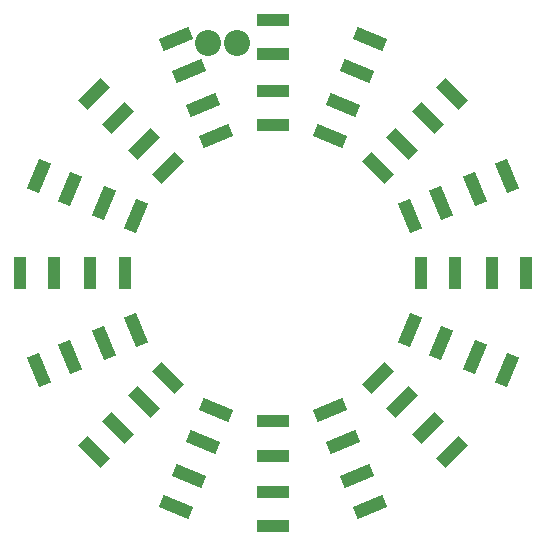
<source format=gts>
G04*
G04 #@! TF.GenerationSoftware,Altium Limited,CircuitStudio,1.5.2 (30)*
G04*
G04 Layer_Color=20142*
%FSLAX25Y25*%
%MOIN*%
G70*
G01*
G75*
%ADD22R,0.10642X0.04343*%
G04:AMPARAMS|DCode=23|XSize=43.43mil|YSize=106.42mil|CornerRadius=0mil|HoleSize=0mil|Usage=FLASHONLY|Rotation=67.500|XOffset=0mil|YOffset=0mil|HoleType=Round|Shape=Rectangle|*
%AMROTATEDRECTD23*
4,1,4,0.04085,-0.04043,-0.05747,0.00030,-0.04085,0.04043,0.05747,-0.00030,0.04085,-0.04043,0.0*
%
%ADD23ROTATEDRECTD23*%

G04:AMPARAMS|DCode=24|XSize=43.43mil|YSize=106.42mil|CornerRadius=0mil|HoleSize=0mil|Usage=FLASHONLY|Rotation=225.000|XOffset=0mil|YOffset=0mil|HoleType=Round|Shape=Rectangle|*
%AMROTATEDRECTD24*
4,1,4,-0.02227,0.05298,0.05298,-0.02227,0.02227,-0.05298,-0.05298,0.02227,-0.02227,0.05298,0.0*
%
%ADD24ROTATEDRECTD24*%

G04:AMPARAMS|DCode=25|XSize=43.43mil|YSize=106.42mil|CornerRadius=0mil|HoleSize=0mil|Usage=FLASHONLY|Rotation=22.500|XOffset=0mil|YOffset=0mil|HoleType=Round|Shape=Rectangle|*
%AMROTATEDRECTD25*
4,1,4,0.00030,-0.05747,-0.04043,0.04085,-0.00030,0.05747,0.04043,-0.04085,0.00030,-0.05747,0.0*
%
%ADD25ROTATEDRECTD25*%

%ADD26R,0.04343X0.10642*%
G04:AMPARAMS|DCode=27|XSize=43.43mil|YSize=106.42mil|CornerRadius=0mil|HoleSize=0mil|Usage=FLASHONLY|Rotation=337.500|XOffset=0mil|YOffset=0mil|HoleType=Round|Shape=Rectangle|*
%AMROTATEDRECTD27*
4,1,4,-0.04043,-0.04085,0.00030,0.05747,0.04043,0.04085,-0.00030,-0.05747,-0.04043,-0.04085,0.0*
%
%ADD27ROTATEDRECTD27*%

G04:AMPARAMS|DCode=28|XSize=43.43mil|YSize=106.42mil|CornerRadius=0mil|HoleSize=0mil|Usage=FLASHONLY|Rotation=135.000|XOffset=0mil|YOffset=0mil|HoleType=Round|Shape=Rectangle|*
%AMROTATEDRECTD28*
4,1,4,0.05298,0.02227,-0.02227,-0.05298,-0.05298,-0.02227,0.02227,0.05298,0.05298,0.02227,0.0*
%
%ADD28ROTATEDRECTD28*%

G04:AMPARAMS|DCode=29|XSize=43.43mil|YSize=106.42mil|CornerRadius=0mil|HoleSize=0mil|Usage=FLASHONLY|Rotation=292.500|XOffset=0mil|YOffset=0mil|HoleType=Round|Shape=Rectangle|*
%AMROTATEDRECTD29*
4,1,4,-0.05747,-0.00030,0.04085,0.04043,0.05747,0.00030,-0.04085,-0.04043,-0.05747,-0.00030,0.0*
%
%ADD29ROTATEDRECTD29*%

%ADD30C,0.08674*%
D22*
X702500Y797949D02*
D03*
Y786531D02*
D03*
Y774327D02*
D03*
Y762910D02*
D03*
Y629051D02*
D03*
Y640469D02*
D03*
Y652673D02*
D03*
Y664090D02*
D03*
D23*
X721408Y759148D02*
D03*
X725777Y769697D02*
D03*
X730448Y780972D02*
D03*
X734817Y791521D02*
D03*
X683592Y667852D02*
D03*
X679223Y657303D02*
D03*
X674552Y646028D02*
D03*
X670183Y635479D02*
D03*
D24*
X762214Y773214D02*
D03*
X754141Y765141D02*
D03*
X745511Y756511D02*
D03*
X737438Y748438D02*
D03*
X642786Y653786D02*
D03*
X650859Y661859D02*
D03*
X659489Y670489D02*
D03*
X667562Y678562D02*
D03*
D25*
X748148Y732408D02*
D03*
X758697Y736777D02*
D03*
X769972Y741448D02*
D03*
X780521Y745817D02*
D03*
X656852Y694592D02*
D03*
X646303Y690223D02*
D03*
X635028Y685552D02*
D03*
X624479Y681183D02*
D03*
D26*
X786949Y713500D02*
D03*
X775531D02*
D03*
X763327D02*
D03*
X751909D02*
D03*
X618051D02*
D03*
X629468D02*
D03*
X641673D02*
D03*
X653090D02*
D03*
D27*
X748148Y694592D02*
D03*
X758697Y690223D02*
D03*
X769972Y685552D02*
D03*
X780521Y681183D02*
D03*
X656852Y732408D02*
D03*
X646303Y736777D02*
D03*
X635028Y741448D02*
D03*
X624479Y745817D02*
D03*
D28*
X762214Y653786D02*
D03*
X754141Y661860D02*
D03*
X745511Y670489D02*
D03*
X737438Y678562D02*
D03*
X642786Y773214D02*
D03*
X650859Y765141D02*
D03*
X659489Y756511D02*
D03*
X667562Y748438D02*
D03*
D29*
X721408Y667852D02*
D03*
X725777Y657303D02*
D03*
X730448Y646028D02*
D03*
X734817Y635479D02*
D03*
X683592Y759148D02*
D03*
X679223Y769697D02*
D03*
X674552Y780972D02*
D03*
X670183Y791521D02*
D03*
D30*
X690689Y790272D02*
D03*
X680847D02*
D03*
M02*

</source>
